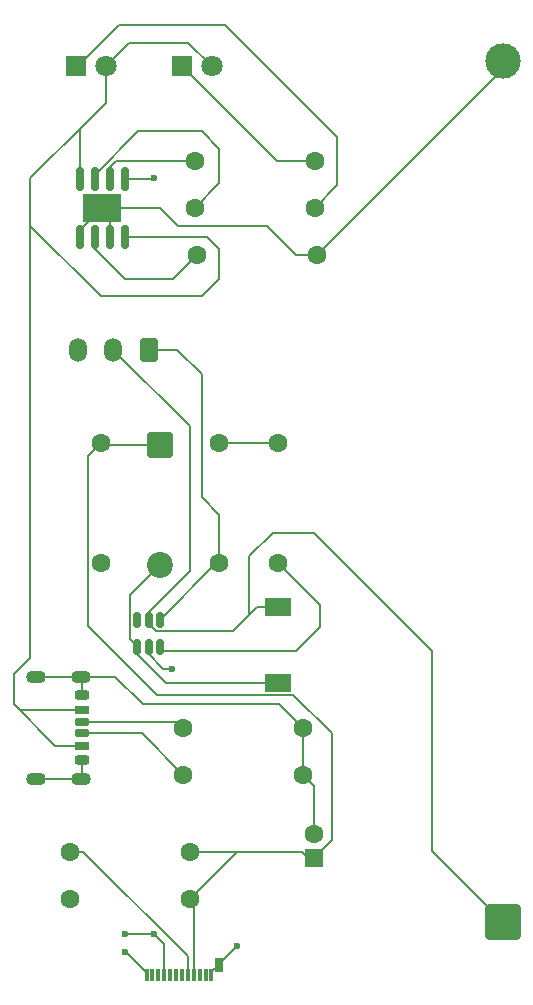
<source format=gbr>
%TF.GenerationSoftware,KiCad,Pcbnew,9.0.4*%
%TF.CreationDate,2025-10-16T13:30:45+09:00*%
%TF.ProjectId,HAM_Seminiar_Charger,48414d5f-5365-46d6-996e-6961725f4368,rev?*%
%TF.SameCoordinates,Original*%
%TF.FileFunction,Copper,L1,Top*%
%TF.FilePolarity,Positive*%
%FSLAX46Y46*%
G04 Gerber Fmt 4.6, Leading zero omitted, Abs format (unit mm)*
G04 Created by KiCad (PCBNEW 9.0.4) date 2025-10-16 13:30:45*
%MOMM*%
%LPD*%
G01*
G04 APERTURE LIST*
G04 Aperture macros list*
%AMRoundRect*
0 Rectangle with rounded corners*
0 $1 Rounding radius*
0 $2 $3 $4 $5 $6 $7 $8 $9 X,Y pos of 4 corners*
0 Add a 4 corners polygon primitive as box body*
4,1,4,$2,$3,$4,$5,$6,$7,$8,$9,$2,$3,0*
0 Add four circle primitives for the rounded corners*
1,1,$1+$1,$2,$3*
1,1,$1+$1,$4,$5*
1,1,$1+$1,$6,$7*
1,1,$1+$1,$8,$9*
0 Add four rect primitives between the rounded corners*
20,1,$1+$1,$2,$3,$4,$5,0*
20,1,$1+$1,$4,$5,$6,$7,0*
20,1,$1+$1,$6,$7,$8,$9,0*
20,1,$1+$1,$8,$9,$2,$3,0*%
G04 Aperture macros list end*
%TA.AperFunction,ComponentPad*%
%ADD10RoundRect,0.249999X1.250001X-1.250001X1.250001X1.250001X-1.250001X1.250001X-1.250001X-1.250001X0*%
%TD*%
%TA.AperFunction,ComponentPad*%
%ADD11C,3.000000*%
%TD*%
%TA.AperFunction,ComponentPad*%
%ADD12C,1.600000*%
%TD*%
%TA.AperFunction,SMDPad,CuDef*%
%ADD13R,2.200000X1.500000*%
%TD*%
%TA.AperFunction,ComponentPad*%
%ADD14R,1.800000X1.800000*%
%TD*%
%TA.AperFunction,ComponentPad*%
%ADD15C,1.800000*%
%TD*%
%TA.AperFunction,SMDPad,CuDef*%
%ADD16RoundRect,0.175000X-0.425000X0.175000X-0.425000X-0.175000X0.425000X-0.175000X0.425000X0.175000X0*%
%TD*%
%TA.AperFunction,SMDPad,CuDef*%
%ADD17RoundRect,0.190000X0.410000X-0.190000X0.410000X0.190000X-0.410000X0.190000X-0.410000X-0.190000X0*%
%TD*%
%TA.AperFunction,SMDPad,CuDef*%
%ADD18RoundRect,0.200000X0.400000X-0.200000X0.400000X0.200000X-0.400000X0.200000X-0.400000X-0.200000X0*%
%TD*%
%TA.AperFunction,SMDPad,CuDef*%
%ADD19RoundRect,0.175000X0.425000X-0.175000X0.425000X0.175000X-0.425000X0.175000X-0.425000X-0.175000X0*%
%TD*%
%TA.AperFunction,SMDPad,CuDef*%
%ADD20RoundRect,0.190000X-0.410000X0.190000X-0.410000X-0.190000X0.410000X-0.190000X0.410000X0.190000X0*%
%TD*%
%TA.AperFunction,SMDPad,CuDef*%
%ADD21RoundRect,0.200000X-0.400000X0.200000X-0.400000X-0.200000X0.400000X-0.200000X0.400000X0.200000X0*%
%TD*%
%TA.AperFunction,HeatsinkPad*%
%ADD22O,1.700000X1.100000*%
%TD*%
%TA.AperFunction,ComponentPad*%
%ADD23RoundRect,0.250001X0.499999X0.759999X-0.499999X0.759999X-0.499999X-0.759999X0.499999X-0.759999X0*%
%TD*%
%TA.AperFunction,ComponentPad*%
%ADD24O,1.500000X2.020000*%
%TD*%
%TA.AperFunction,SMDPad,CuDef*%
%ADD25RoundRect,0.150000X0.150000X-0.825000X0.150000X0.825000X-0.150000X0.825000X-0.150000X-0.825000X0*%
%TD*%
%TA.AperFunction,HeatsinkPad*%
%ADD26C,0.500000*%
%TD*%
%TA.AperFunction,HeatsinkPad*%
%ADD27R,3.300000X2.410000*%
%TD*%
%TA.AperFunction,ComponentPad*%
%ADD28RoundRect,0.249999X-0.850001X0.850001X-0.850001X-0.850001X0.850001X-0.850001X0.850001X0.850001X0*%
%TD*%
%TA.AperFunction,ComponentPad*%
%ADD29C,2.200000*%
%TD*%
%TA.AperFunction,SMDPad,CuDef*%
%ADD30RoundRect,0.150000X0.150000X-0.512500X0.150000X0.512500X-0.150000X0.512500X-0.150000X-0.512500X0*%
%TD*%
%TA.AperFunction,SMDPad,CuDef*%
%ADD31R,0.380000X1.000000*%
%TD*%
%TA.AperFunction,SMDPad,CuDef*%
%ADD32R,0.700000X1.150000*%
%TD*%
%TA.AperFunction,ComponentPad*%
%ADD33RoundRect,0.250000X0.550000X-0.550000X0.550000X0.550000X-0.550000X0.550000X-0.550000X-0.550000X0*%
%TD*%
%TA.AperFunction,ViaPad*%
%ADD34C,0.600000*%
%TD*%
%TA.AperFunction,Conductor*%
%ADD35C,0.200000*%
%TD*%
G04 APERTURE END LIST*
D10*
%TO.P,BT1,1,+*%
%TO.N,Vbat*%
X174200000Y-126250000D03*
D11*
%TO.P,BT1,2,-*%
%TO.N,GND*%
X174200000Y-53350000D03*
%TD*%
D12*
%TO.P,R8,1*%
%TO.N,+5V*%
X147700000Y-124305000D03*
%TO.P,R8,2*%
%TO.N,Net-(P1-VCONN)*%
X137540000Y-124305000D03*
%TD*%
D13*
%TO.P,L1,1,1*%
%TO.N,Vbat*%
X155200000Y-99605000D03*
%TO.P,L1,2,2*%
%TO.N,Net-(D1-A)*%
X155200000Y-106005000D03*
%TD*%
D12*
%TO.P,R9,1*%
%TO.N,+5V*%
X147700000Y-120305000D03*
%TO.P,R9,2*%
%TO.N,Net-(P1-CC)*%
X137540000Y-120305000D03*
%TD*%
D14*
%TO.P,D3,1,K*%
%TO.N,Net-(D3-K)*%
X147040000Y-53805000D03*
D15*
%TO.P,D3,2,A*%
%TO.N,Vusb*%
X149580000Y-53805000D03*
%TD*%
D12*
%TO.P,R1,1*%
%TO.N,Net-(SW1-A)*%
X150200000Y-95885000D03*
%TO.P,R1,2*%
%TO.N,GND*%
X150200000Y-85725000D03*
%TD*%
%TO.P,R4,1*%
%TO.N,+5V*%
X140200000Y-85725000D03*
%TO.P,R4,2*%
%TO.N,Net-(U1-FB)*%
X140200000Y-95885000D03*
%TD*%
%TO.P,R5,1*%
%TO.N,Net-(U1-FB)*%
X155200000Y-95885000D03*
%TO.P,R5,2*%
%TO.N,GND*%
X155200000Y-85725000D03*
%TD*%
D16*
%TO.P,J1,A5,CC1*%
%TO.N,Net-(J1-CC1)*%
X138580000Y-109305000D03*
D17*
%TO.P,J1,A9,VBUS*%
%TO.N,Vusb*%
X138580000Y-111325000D03*
D18*
%TO.P,J1,A12,GND*%
%TO.N,GND*%
X138580000Y-112555000D03*
D19*
%TO.P,J1,B5,CC2*%
%TO.N,Net-(J1-CC2)*%
X138580000Y-110305000D03*
D20*
%TO.P,J1,B9,VBUS*%
%TO.N,Vusb*%
X138580000Y-108285000D03*
D21*
%TO.P,J1,B12,GND*%
%TO.N,GND*%
X138580000Y-107055000D03*
D22*
%TO.P,J1,S1,SHIELD*%
X138500000Y-105485000D03*
X134700000Y-105485000D03*
X138500000Y-114125000D03*
X134700000Y-114125000D03*
%TD*%
D23*
%TO.P,SW1,1,A*%
%TO.N,Net-(SW1-A)*%
X144200000Y-77805000D03*
D24*
%TO.P,SW1,2,B*%
%TO.N,Vbat*%
X141200000Y-77805000D03*
%TO.P,SW1,3,C*%
%TO.N,unconnected-(SW1-C-Pad3)*%
X138200000Y-77805000D03*
%TD*%
D25*
%TO.P,U2,1,TEMP*%
%TO.N,GND*%
X138375000Y-68280000D03*
%TO.P,U2,2,PROG*%
%TO.N,Net-(U2-PROG)*%
X139645000Y-68280000D03*
%TO.P,U2,3,GND*%
%TO.N,GND*%
X140915000Y-68280000D03*
%TO.P,U2,4,V_{CC}*%
%TO.N,Vusb*%
X142185000Y-68280000D03*
%TO.P,U2,5,BAT*%
%TO.N,Vbat*%
X142185000Y-63330000D03*
%TO.P,U2,6,~{STDBY}*%
%TO.N,Net-(U2-~{STDBY})*%
X140915000Y-63330000D03*
%TO.P,U2,7,~{CHRG}*%
%TO.N,Net-(U2-~{CHRG})*%
X139645000Y-63330000D03*
%TO.P,U2,8,CE*%
%TO.N,Vusb*%
X138375000Y-63330000D03*
D26*
%TO.P,U2,9,EPAD*%
%TO.N,GND*%
X139080000Y-66505000D03*
X140280000Y-66505000D03*
X141480000Y-66505000D03*
D27*
X140280000Y-65805000D03*
D26*
X139080000Y-65105000D03*
X140280000Y-65105000D03*
X141480000Y-65105000D03*
%TD*%
D28*
%TO.P,D1,1,K*%
%TO.N,+5V*%
X145200000Y-85885000D03*
D29*
%TO.P,D1,2,A*%
%TO.N,Net-(D1-A)*%
X145200000Y-96045000D03*
%TD*%
D30*
%TO.P,U1,1,SW*%
%TO.N,Net-(D1-A)*%
X143250000Y-102942500D03*
%TO.P,U1,2,GND*%
%TO.N,GND*%
X144200000Y-102942500D03*
%TO.P,U1,3,FB*%
%TO.N,Net-(U1-FB)*%
X145150000Y-102942500D03*
%TO.P,U1,4,RUN*%
%TO.N,Net-(SW1-A)*%
X145150000Y-100667500D03*
%TO.P,U1,5,PWR*%
%TO.N,Vbat*%
X144200000Y-100667500D03*
%TO.P,U1,6,NC*%
%TO.N,unconnected-(U1-NC-Pad6)*%
X143250000Y-100667500D03*
%TD*%
D12*
%TO.P,R10,1*%
%TO.N,Net-(U2-PROG)*%
X148280000Y-69805000D03*
%TO.P,R10,2*%
%TO.N,GND*%
X158440000Y-69805000D03*
%TD*%
%TO.P,R2,1*%
%TO.N,Net-(J1-CC2)*%
X147120000Y-113805000D03*
%TO.P,R2,2*%
%TO.N,GND*%
X157280000Y-113805000D03*
%TD*%
D14*
%TO.P,D2,1,K*%
%TO.N,Net-(D2-K)*%
X138040000Y-53805000D03*
D15*
%TO.P,D2,2,A*%
%TO.N,Vusb*%
X140580000Y-53805000D03*
%TD*%
D12*
%TO.P,R7,1*%
%TO.N,Net-(U2-~{STDBY})*%
X148120000Y-61805000D03*
%TO.P,R7,2*%
%TO.N,Net-(D3-K)*%
X158280000Y-61805000D03*
%TD*%
%TO.P,R3,1*%
%TO.N,Net-(J1-CC1)*%
X147120000Y-109805000D03*
%TO.P,R3,2*%
%TO.N,GND*%
X157280000Y-109805000D03*
%TD*%
%TO.P,R6,1*%
%TO.N,Net-(U2-~{CHRG})*%
X148120000Y-65805000D03*
%TO.P,R6,2*%
%TO.N,Net-(D2-K)*%
X158280000Y-65805000D03*
%TD*%
D31*
%TO.P,P1,A1,GND*%
%TO.N,GND*%
X149530000Y-130765000D03*
%TO.P,P1,A2,TX1+*%
%TO.N,unconnected-(P1-TX1+-PadA2)*%
X149030000Y-130765000D03*
%TO.P,P1,A3,TX1-*%
%TO.N,unconnected-(P1-TX1--PadA3)*%
X148530000Y-130765000D03*
%TO.P,P1,A4,VBUS*%
%TO.N,+5V*%
X148030000Y-130765000D03*
%TO.P,P1,A5,CC*%
%TO.N,Net-(P1-CC)*%
X147530000Y-130765000D03*
%TO.P,P1,A6,D+*%
%TO.N,unconnected-(P1-D+-PadA6)*%
X147030000Y-130765000D03*
%TO.P,P1,A7,D-*%
%TO.N,unconnected-(P1-D--PadA7)*%
X146530000Y-130765000D03*
%TO.P,P1,A8,SBU1*%
%TO.N,unconnected-(P1-SBU1-PadA8)*%
X146030000Y-130765000D03*
%TO.P,P1,A9,VBUS*%
%TO.N,+5V*%
X145530000Y-130765000D03*
%TO.P,P1,A10,RX2-*%
%TO.N,unconnected-(P1-RX2--PadA10)*%
X145030000Y-130765000D03*
%TO.P,P1,A11,RX2+*%
%TO.N,unconnected-(P1-RX2+-PadA11)*%
X144530000Y-130765000D03*
%TO.P,P1,A12,GND*%
%TO.N,GND*%
X144030000Y-130765000D03*
D32*
%TO.P,P1,S1,SHIELD*%
X150200000Y-129925000D03*
%TD*%
D33*
%TO.P,C1,1*%
%TO.N,+5V*%
X158200000Y-120805000D03*
D12*
%TO.P,C1,2*%
%TO.N,GND*%
X158200000Y-118805000D03*
%TD*%
D34*
%TO.N,Vbat*%
X144700000Y-63305000D03*
%TO.N,GND*%
X151700000Y-128305000D03*
X142200000Y-128805000D03*
X146200000Y-104805000D03*
%TO.N,+5V*%
X142200000Y-127305000D03*
X144700000Y-127305000D03*
%TD*%
D35*
%TO.N,Vbat*%
X168200000Y-103305000D02*
X158200000Y-93305000D01*
X144700000Y-63305000D02*
X144675000Y-63330000D01*
X144200000Y-100667500D02*
X144200000Y-100005001D01*
X144809032Y-101631000D02*
X151374000Y-101631000D01*
X144200000Y-100005001D02*
X147700000Y-96505001D01*
X151700000Y-101305000D02*
X153400000Y-99605000D01*
X151374000Y-101631000D02*
X151700000Y-101305000D01*
X147700000Y-96505001D02*
X147700000Y-84305000D01*
X152700000Y-100305000D02*
X151700000Y-101305000D01*
X174200000Y-126250000D02*
X168200000Y-120250000D01*
X154700000Y-93305000D02*
X152700000Y-95305000D01*
X152700000Y-95305000D02*
X152700000Y-100305000D01*
X168200000Y-120250000D02*
X168200000Y-103305000D01*
X144200000Y-101021968D02*
X144809032Y-101631000D01*
X153400000Y-99605000D02*
X155200000Y-99605000D01*
X158200000Y-93305000D02*
X154700000Y-93305000D01*
X147700000Y-84305000D02*
X141200000Y-77805000D01*
X144200000Y-100667500D02*
X144200000Y-101021968D01*
X144675000Y-63330000D02*
X142185000Y-63330000D01*
%TO.N,GND*%
X142200000Y-128805000D02*
X142299942Y-128805000D01*
X138500000Y-105485000D02*
X141380000Y-105485000D01*
X140280000Y-65805000D02*
X145200000Y-65805000D01*
X145400001Y-104805000D02*
X146200000Y-104805000D01*
X155280000Y-107805000D02*
X157280000Y-109805000D01*
X156700000Y-69805000D02*
X158440000Y-69805000D01*
X144200000Y-103604999D02*
X145400001Y-104805000D01*
X142299942Y-128805000D02*
X144039000Y-130544058D01*
X157280000Y-113805000D02*
X157280000Y-109805000D01*
X150130058Y-129925000D02*
X149521000Y-130534058D01*
X134700000Y-114125000D02*
X138500000Y-114125000D01*
X138580000Y-114045000D02*
X138500000Y-114125000D01*
X158440000Y-69805000D02*
X174200000Y-54045000D01*
X151700000Y-128305000D02*
X150200000Y-129805000D01*
X150200000Y-85725000D02*
X155200000Y-85725000D01*
X174200000Y-54045000D02*
X174200000Y-53350000D01*
X154200000Y-67305000D02*
X156700000Y-69805000D01*
X138580000Y-112555000D02*
X138580000Y-114045000D01*
X144200000Y-102942500D02*
X144200000Y-103604999D01*
X138500000Y-105485000D02*
X134700000Y-105485000D01*
X146700000Y-67305000D02*
X154200000Y-67305000D01*
X141380000Y-105485000D02*
X143700000Y-107805000D01*
X138580000Y-105565000D02*
X138500000Y-105485000D01*
X158200000Y-114725000D02*
X157280000Y-113805000D01*
X140915000Y-68280000D02*
X140915000Y-66440000D01*
X138375000Y-67710000D02*
X140280000Y-65805000D01*
X150200000Y-129925000D02*
X150130058Y-129925000D01*
X143700000Y-107805000D02*
X155280000Y-107805000D01*
X158200000Y-118805000D02*
X158200000Y-114725000D01*
X150200000Y-129805000D02*
X150200000Y-129925000D01*
X140915000Y-66440000D02*
X140280000Y-65805000D01*
X145200000Y-65805000D02*
X146700000Y-67305000D01*
X138375000Y-68280000D02*
X138375000Y-67710000D01*
X138580000Y-107055000D02*
X138580000Y-105565000D01*
%TO.N,+5V*%
X157700000Y-120805000D02*
X157200000Y-120305000D01*
X158200000Y-120805000D02*
X157700000Y-120805000D01*
X144700000Y-127305000D02*
X142200000Y-127305000D01*
X148030000Y-124635000D02*
X148030000Y-130765000D01*
X156451000Y-107056000D02*
X159700000Y-110305000D01*
X145200000Y-85885000D02*
X140360000Y-85885000D01*
X139099000Y-86826000D02*
X139099000Y-101204000D01*
X145530000Y-128135000D02*
X144700000Y-127305000D01*
X144951000Y-107056000D02*
X156451000Y-107056000D01*
X159700000Y-119305000D02*
X158200000Y-120805000D01*
X147700000Y-124305000D02*
X148030000Y-124635000D01*
X159700000Y-110305000D02*
X159700000Y-119305000D01*
X145530000Y-130765000D02*
X145530000Y-128135000D01*
X147700000Y-124305000D02*
X151700000Y-120305000D01*
X140360000Y-85885000D02*
X140200000Y-85725000D01*
X157200000Y-120305000D02*
X151700000Y-120305000D01*
X139099000Y-101204000D02*
X144951000Y-107056000D01*
X140200000Y-85725000D02*
X139099000Y-86826000D01*
X151700000Y-120305000D02*
X147700000Y-120305000D01*
%TO.N,Net-(D1-A)*%
X155200000Y-106005000D02*
X145650001Y-106005000D01*
X142649000Y-102341500D02*
X142649000Y-98596000D01*
X143250000Y-103604999D02*
X143250000Y-102942500D01*
X143250000Y-102942500D02*
X142649000Y-102341500D01*
X142649000Y-98596000D02*
X145200000Y-96045000D01*
X145650001Y-106005000D02*
X143250000Y-103604999D01*
%TO.N,Net-(D2-K)*%
X160200000Y-59805000D02*
X160200000Y-63885000D01*
X138200000Y-53805000D02*
X141700000Y-50305000D01*
X138040000Y-53805000D02*
X138200000Y-53805000D01*
X141700000Y-50305000D02*
X150700000Y-50305000D01*
X150700000Y-50305000D02*
X160200000Y-59805000D01*
X160200000Y-63885000D02*
X158280000Y-65805000D01*
%TO.N,Vusb*%
X138375000Y-59130000D02*
X138375000Y-63330000D01*
X147580000Y-51805000D02*
X149580000Y-53805000D01*
X132801000Y-105296304D02*
X132801000Y-107805000D01*
X150200000Y-71805000D02*
X148700000Y-73305000D01*
X140580000Y-53805000D02*
X140580000Y-56925000D01*
X138580000Y-108285000D02*
X133281000Y-108285000D01*
X140580000Y-56925000D02*
X138950000Y-58555000D01*
X138580000Y-111325000D02*
X136321000Y-111325000D01*
X140200000Y-73305000D02*
X134200000Y-67305000D01*
X136321000Y-111325000D02*
X132801000Y-107805000D01*
X140580000Y-53805000D02*
X142580000Y-51805000D01*
X138950000Y-58555000D02*
X138375000Y-59130000D01*
X134200000Y-63305000D02*
X134200000Y-103897304D01*
X134200000Y-67305000D02*
X134200000Y-63305000D01*
X134200000Y-103897304D02*
X132801000Y-105296304D01*
X148700000Y-73305000D02*
X140200000Y-73305000D01*
X142580000Y-51805000D02*
X147580000Y-51805000D01*
X149175000Y-68280000D02*
X150200000Y-69305000D01*
X134200000Y-63305000D02*
X138950000Y-58555000D01*
X150200000Y-69305000D02*
X150200000Y-71805000D01*
X142185000Y-68280000D02*
X149175000Y-68280000D01*
X133281000Y-108285000D02*
X132801000Y-107805000D01*
%TO.N,Net-(D3-K)*%
X155040000Y-61805000D02*
X158280000Y-61805000D01*
X147040000Y-53805000D02*
X155040000Y-61805000D01*
%TO.N,Net-(J1-CC2)*%
X143620000Y-110305000D02*
X147120000Y-113805000D01*
X138580000Y-110305000D02*
X143620000Y-110305000D01*
%TO.N,Net-(J1-CC1)*%
X138580000Y-109305000D02*
X146620000Y-109305000D01*
X146620000Y-109305000D02*
X147120000Y-109805000D01*
%TO.N,Net-(P1-CC)*%
X138671370Y-120305000D02*
X147530000Y-129163630D01*
X137540000Y-120305000D02*
X138671370Y-120305000D01*
X147530000Y-129163630D02*
X147530000Y-130765000D01*
%TO.N,Net-(SW1-A)*%
X149932500Y-95885000D02*
X150200000Y-95885000D01*
X144200000Y-77805000D02*
X146634415Y-77805000D01*
X148700000Y-90305000D02*
X150200000Y-91805000D01*
X150200000Y-91805000D02*
X150200000Y-95885000D01*
X146634415Y-77805000D02*
X148700000Y-79870585D01*
X145150000Y-100667500D02*
X149932500Y-95885000D01*
X148700000Y-79870585D02*
X148700000Y-90305000D01*
%TO.N,Net-(U1-FB)*%
X155200000Y-95885000D02*
X158700000Y-99385000D01*
X156700000Y-103305000D02*
X145512500Y-103305000D01*
X145512500Y-103305000D02*
X145150000Y-102942500D01*
X158700000Y-101305000D02*
X156700000Y-103305000D01*
X158700000Y-99385000D02*
X158700000Y-101305000D01*
%TO.N,Net-(U2-~{CHRG})*%
X143323032Y-59305000D02*
X139645000Y-62983032D01*
X148700000Y-59305000D02*
X143323032Y-59305000D01*
X139645000Y-62983032D02*
X139645000Y-63330000D01*
X150200000Y-60805000D02*
X148700000Y-59305000D01*
X148120000Y-65805000D02*
X150200000Y-63725000D01*
X150200000Y-63725000D02*
X150200000Y-60805000D01*
%TO.N,Net-(U2-~{STDBY})*%
X141465001Y-61805000D02*
X140915000Y-62355001D01*
X140915000Y-62355001D02*
X140915000Y-63330000D01*
X148120000Y-61805000D02*
X141465001Y-61805000D01*
%TO.N,Net-(U2-PROG)*%
X148280000Y-69805000D02*
X146280000Y-71805000D01*
X142195001Y-71805000D02*
X139645000Y-69254999D01*
X146280000Y-71805000D02*
X142195001Y-71805000D01*
X139645000Y-69254999D02*
X139645000Y-68280000D01*
%TD*%
M02*

</source>
